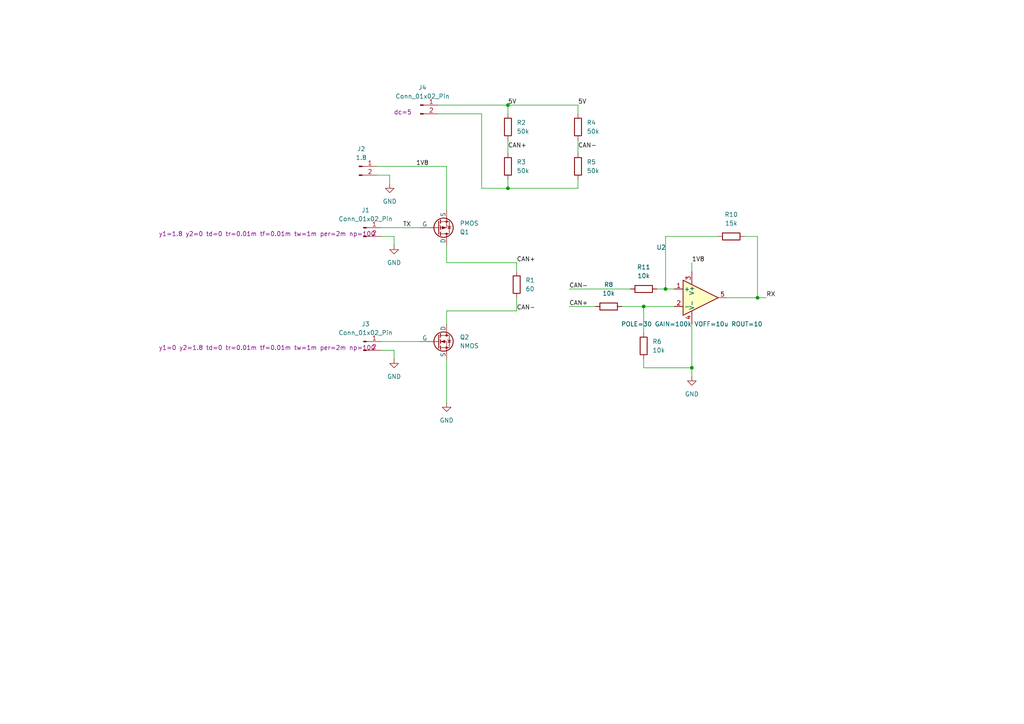
<source format=kicad_sch>
(kicad_sch (version 20250114) (generator "eeschema") (generator_version "9.0")
  (paper "A4")
  (lib_symbols
    (symbol "Connector:Conn_01x02_Pin" (pin_names (offset 1.016) (hide yes))
      (property "Reference" "J" (at 0 2.54 0))
      (property "Value" "Conn_01x02_Pin" (at 0 -5.08 0))
      (symbol "Conn_01x02_Pin_1_1"
        (rectangle (start 0.8636 0.127) (end 0 -0.127) (stroke (width 0.1524)) (fill (type outline)))
        (rectangle (start 0.8636 -2.413) (end 0 -2.667) (stroke (width 0.1524)) (fill (type outline)))
        (polyline (pts (xy 1.27 0) (xy 0.8636 0)) (stroke (width 0.1524)))
        (polyline (pts (xy 1.27 -2.54) (xy 0.8636 -2.54)) (stroke (width 0.1524)))
        (pin passive line (at 5.08 0 180) (length 3.81) (name "Pin_1") (number "1"))
        (pin passive line (at 5.08 -2.54 180) (length 3.81) (name "Pin_2") (number "2"))
      )
    )
    (symbol "Device:R" (pin_numbers (hide yes)) (pin_names (offset 0))
      (property "Reference" "R" (at 2.032 0 90))
      (property "Value" "R" (at 0 0 90))
      (symbol "R_0_1"
        (rectangle (start -1.016 -2.54) (end 1.016 2.54) (stroke (width 0.254)))
      )
      (symbol "R_1_1"
        (pin passive line (at 0 3.81 270) (length 1.27) (name "~") (number "1"))
        (pin passive line (at 0 -3.81 90) (length 1.27) (name "~") (number "2"))
      )
    )
    (symbol "Simulation_SPICE:NMOS" (pin_numbers (hide yes)) (pin_names (offset 0))
      (property "Reference" "Q" (at 5.08 1.27 0))
      (property "Value" "NMOS" (at 5.08 -1.27 0))
      (symbol "NMOS_0_1"
        (polyline (pts (xy 0.254 1.905) (xy 0.254 -1.905)) (stroke (width 0.254)))
        (polyline (pts (xy 0.254 0) (xy -2.54 0)))
        (polyline (pts (xy 0.762 2.286) (xy 0.762 1.27)) (stroke (width 0.254)))
        (polyline (pts (xy 0.762 0.508) (xy 0.762 -0.508)) (stroke (width 0.254)))
        (polyline (pts (xy 0.762 -1.27) (xy 0.762 -2.286)) (stroke (width 0.254)))
        (polyline (pts (xy 0.762 -1.778) (xy 3.302 -1.778) (xy 3.302 1.778) (xy 0.762 1.778)))
        (polyline (pts (xy 1.016 0) (xy 2.032 0.381) (xy 2.032 -0.381) (xy 1.016 0)) (fill (type outline)))
        (circle (center 1.651 0) (radius 2.794) (stroke (width 0.254)))
        (polyline (pts (xy 2.54 2.54) (xy 2.54 1.778)))
        (circle (center 2.54 1.778) (radius 0.254) (fill (type outline)))
        (circle (center 2.54 -1.778) (radius 0.254) (fill (type outline)))
        (polyline (pts (xy 2.54 -2.54) (xy 2.54 0) (xy 0.762 0)))
        (polyline (pts (xy 2.794 0.508) (xy 2.921 0.381) (xy 3.683 0.381) (xy 3.81 0.254)))
        (polyline (pts (xy 3.302 0.381) (xy 2.921 -0.254) (xy 3.683 -0.254) (xy 3.302 0.381)))
      )
      (symbol "NMOS_1_1"
        (pin input line (at -5.08 0 0) (length 2.54) (name "G") (number "2"))
        (pin passive line (at 2.54 5.08 270) (length 2.54) (name "D") (number "1"))
        (pin passive line (at 2.54 -5.08 90) (length 2.54) (name "S") (number "3"))
      )
    )
    (symbol "Simulation_SPICE:OPAMP" (pin_names (offset 0.254))
      (property "Reference" "U" (at 3.81 3.175 0))
      (property "Value" "${SIM.PARAMS}" (at 3.81 -3.175 0))
      (symbol "OPAMP_0_1"
        (polyline (pts (xy 5.08 0) (xy -5.08 5.08) (xy -5.08 -5.08) (xy 5.08 0)) (stroke (width 0.254)) (fill (type background)))
      )
      (symbol "OPAMP_1_1"
        (pin input line (at -7.62 2.54 0) (length 2.54) (name "+") (number "1"))
        (pin input line (at -7.62 -2.54 0) (length 2.54) (name "-") (number "2"))
        (pin power_in line (at -2.54 7.62 270) (length 3.81) (name "V+") (number "3"))
        (pin power_in line (at -2.54 -7.62 90) (length 3.81) (name "V-") (number "4"))
        (pin output line (at 7.62 0 180) (length 2.54) (name "~") (number "5"))
      )
    )
    (symbol "Simulation_SPICE:PMOS" (pin_numbers (hide yes)) (pin_names (offset 0))
      (property "Reference" "Q" (at 5.08 1.27 0))
      (property "Value" "PMOS" (at 5.08 -1.27 0))
      (symbol "PMOS_0_1"
        (polyline (pts (xy 0.254 1.905) (xy 0.254 -1.905)) (stroke (width 0.254)))
        (polyline (pts (xy 0.254 0) (xy -2.54 0)))
        (polyline (pts (xy 0.762 2.286) (xy 0.762 1.27)) (stroke (width 0.254)))
        (polyline (pts (xy 0.762 1.778) (xy 3.302 1.778) (xy 3.302 -1.778) (xy 0.762 -1.778)))
        (polyline (pts (xy 0.762 0.508) (xy 0.762 -0.508)) (stroke (width 0.254)))
        (polyline (pts (xy 0.762 -1.27) (xy 0.762 -2.286)) (stroke (width 0.254)))
        (circle (center 1.651 0) (radius 2.794) (stroke (width 0.254)))
        (polyline (pts (xy 2.286 0) (xy 1.27 0.381) (xy 1.27 -0.381) (xy 2.286 0)) (fill (type outline)))
        (polyline (pts (xy 2.54 2.54) (xy 2.54 1.778)))
        (circle (center 2.54 1.778) (radius 0.254) (fill (type outline)))
        (circle (center 2.54 -1.778) (radius 0.254) (fill (type outline)))
        (polyline (pts (xy 2.54 -2.54) (xy 2.54 0) (xy 0.762 0)))
        (polyline (pts (xy 2.794 -0.508) (xy 2.921 -0.381) (xy 3.683 -0.381) (xy 3.81 -0.254)))
        (polyline (pts (xy 3.302 -0.381) (xy 2.921 0.254) (xy 3.683 0.254) (xy 3.302 -0.381)))
      )
      (symbol "PMOS_1_1"
        (pin input line (at -5.08 0 0) (length 2.54) (name "G") (number "2"))
        (pin passive line (at 2.54 5.08 270) (length 2.54) (name "D") (number "1"))
        (pin passive line (at 2.54 -5.08 90) (length 2.54) (name "S") (number "3"))
      )
    )
    (symbol "power:GND" (power) (pin_numbers (hide yes)) (pin_names (offset 0) (hide yes))
      (property "Value" "GND" (at 0 -3.81 0))
      (symbol "GND_0_1"
        (polyline (pts (xy 0 0) (xy 0 -1.27) (xy 1.27 -1.27) (xy 0 -2.54) (xy -1.27 -1.27) (xy 0 -1.27)))
      )
      (symbol "GND_1_1"
        (pin power_in line (at 0 0 270) (length 0) (name "~") (number "1"))
      )
    )
  )
  (junction (at 147.32 54.61))
  (junction (at 219.71 86.36))
  (junction (at 193.04 83.82))
  (junction (at 200.66 106.68))
  (junction (at 186.69 88.9))
  (junction (at 147.32 30.48))
  (wire (pts (xy 110.49 99.06) (xy 121.92 99.06)))
  (wire (pts (xy 193.04 83.82) (xy 195.58 83.82)))
  (wire (pts (xy 200.66 106.68) (xy 200.66 93.98)))
  (wire (pts (xy 219.71 86.36) (xy 222.25 86.36)))
  (wire (pts (xy 139.7 54.61) (xy 147.32 54.61)))
  (wire (pts (xy 210.82 86.36) (xy 219.71 86.36)))
  (wire (pts (xy 113.03 50.8) (xy 113.03 53.34)))
  (wire (pts (xy 200.66 76.2) (xy 200.66 78.74)))
  (wire (pts (xy 208.28 68.58) (xy 193.04 68.58)))
  (wire (pts (xy 129.54 90.17) (xy 129.54 93.98)))
  (wire (pts (xy 114.3 68.58) (xy 114.3 71.12)))
  (wire (pts (xy 110.49 101.6) (xy 114.3 101.6)))
  (wire (pts (xy 139.7 33.02) (xy 139.7 54.61)))
  (wire (pts (xy 129.54 76.2) (xy 149.86 76.2)))
  (wire (pts (xy 180.34 88.9) (xy 186.69 88.9)))
  (wire (pts (xy 147.32 52.07) (xy 147.32 54.61)))
  (wire (pts (xy 165.1 83.82) (xy 182.88 83.82)))
  (wire (pts (xy 147.32 40.64) (xy 147.32 44.45)))
  (wire (pts (xy 186.69 106.68) (xy 200.66 106.68)))
  (wire (pts (xy 110.49 66.04) (xy 121.92 66.04)))
  (wire (pts (xy 110.49 68.58) (xy 114.3 68.58)))
  (wire (pts (xy 219.71 68.58) (xy 219.71 86.36)))
  (wire (pts (xy 147.32 30.48) (xy 127 30.48)))
  (wire (pts (xy 147.32 30.48) (xy 167.64 30.48)))
  (wire (pts (xy 165.1 88.9) (xy 172.72 88.9)))
  (wire (pts (xy 149.86 86.36) (xy 149.86 90.17)))
  (wire (pts (xy 147.32 54.61) (xy 167.64 54.61)))
  (wire (pts (xy 129.54 104.14) (xy 129.54 116.84)))
  (wire (pts (xy 114.3 101.6) (xy 114.3 104.14)))
  (wire (pts (xy 127 33.02) (xy 139.7 33.02)))
  (wire (pts (xy 190.5 83.82) (xy 193.04 83.82)))
  (wire (pts (xy 149.86 76.2) (xy 149.86 78.74)))
  (wire (pts (xy 215.9 68.58) (xy 219.71 68.58)))
  (wire (pts (xy 167.64 52.07) (xy 167.64 54.61)))
  (wire (pts (xy 167.64 40.64) (xy 167.64 44.45)))
  (wire (pts (xy 129.54 71.12) (xy 129.54 76.2)))
  (wire (pts (xy 186.69 104.14) (xy 186.69 106.68)))
  (wire (pts (xy 109.22 50.8) (xy 113.03 50.8)))
  (wire (pts (xy 147.32 30.48) (xy 147.32 33.02)))
  (wire (pts (xy 167.64 30.48) (xy 167.64 33.02)))
  (wire (pts (xy 186.69 88.9) (xy 195.58 88.9)))
  (wire (pts (xy 129.54 48.26) (xy 109.22 48.26)))
  (wire (pts (xy 193.04 68.58) (xy 193.04 83.82)))
  (wire (pts (xy 129.54 48.26) (xy 129.54 60.96)))
  (wire (pts (xy 200.66 109.22) (xy 200.66 106.68)))
  (wire (pts (xy 149.86 90.17) (xy 129.54 90.17)))
  (wire (pts (xy 186.69 88.9) (xy 186.69 96.52)))
  (label "CAN-" (at 149.86 90.17 0))
  (label "CAN-" (at 167.64 43.18 0))
  (label "5V" (at 147.32 30.48 0))
  (label "1V8" (at 120.65 48.26 0))
  (label "RX" (at 222.25 86.36 0))
  (label "TX" (at 116.84 66.04 0))
  (label "CAN-" (at 165.1 83.82 0))
  (label "5V" (at 167.64 30.48 0))
  (label "CAN+" (at 149.86 76.2 0))
  (label "CAN+" (at 165.1 88.9 0))
  (label "1V8" (at 200.66 76.2 0))
  (label "CAN+" (at 147.32 43.18 0))
  (symbol (lib_id "Simulation_SPICE:NMOS") (at 127 99.06 0) (unit 1)
    (property "Reference" "Q2" (at 133.35 97.7899 0) (effects (justify left)))
    (property "Value" "NMOS" (at 133.35 100.3299 0) (effects (justify left)))
    (property "Datasheet" "https://ngspice.sourceforge.io/docs/ngspice-html-manual/manual.xhtml#cha_MOSFETs" (effects (hide yes)))
    (property "Description" "N-MOSFET transistor, drain/source/gate" (effects (hide yes)))
    (property "Sim.Device" "NMOS" (effects (hide yes)))
    (property "Sim.Type" "VDMOS" (effects (hide yes)))
    (property "Sim.Pins" "1=D 2=G 3=S" (effects (hide yes)))
    (property "Sim.Params" "vto=1.5 kp=1.36" (effects (hide yes)))
  )
  (symbol (lib_id "Connector:Conn_01x02_Pin") (at 121.92 30.48 0) (unit 1)
    (property "Reference" "J4" (at 122.555 25.4 0))
    (property "Value" "Conn_01x02_Pin" (at 122.555 27.94 0))
    (property "Description" "Generic connector, single row, 01x02, script generated" (effects (hide yes)))
    (property "Sim.Device" "V" (effects (hide yes)))
    (property "Sim.Type" "DC" (effects (hide yes)))
    (property "Sim.Pins" "1=+ 2=-" (effects (hide yes)))
    (property "Sim.Params" "dc=5" (at 116.84 32.512 0))
  )
  (symbol (lib_id "power:GND") (at 114.3 71.12 0) (unit 1)
    (property "Reference" "#PWR03" (effects (hide yes)))
    (property "Value" "GND" (at 114.3 76.2 0))
    (property "Description" "Power symbol creates a global label with name \"GND\" , ground" (effects (hide yes)))
  )
  (symbol (lib_id "power:GND") (at 129.54 116.84 0) (unit 1)
    (property "Reference" "#PWR05" (effects (hide yes)))
    (property "Value" "GND" (at 129.54 121.92 0))
    (property "Description" "Power symbol creates a global label with name \"GND\" , ground" (effects (hide yes)))
  )
  (symbol (lib_id "Connector:Conn_01x02_Pin") (at 105.41 66.04 0) (unit 1)
    (property "Reference" "J1" (at 106.045 60.96 0))
    (property "Value" "Conn_01x02_Pin" (at 106.045 63.5 0))
    (property "Description" "Generic connector, single row, 01x02, script generated" (effects (hide yes)))
    (property "Sim.Device" "V" (effects (hide yes)))
    (property "Sim.Type" "PULSE" (effects (hide yes)))
    (property "Sim.Pins" "1=+ 2=-" (effects (hide yes)))
    (property "Sim.Params" "y1=1.8 y2=0 td=0 tr=0.01m tf=0.01m tw=1m per=2m np=100" (at 77.47 67.818 0))
  )
  (symbol (lib_id "Simulation_SPICE:PMOS") (at 127 66.04 0) (mirror x) (unit 1)
    (property "Reference" "Q1" (at 133.35 67.3101 0) (effects (justify left)))
    (property "Value" "PMOS" (at 133.35 64.7701 0) (effects (justify left)))
    (property "Datasheet" "https://ngspice.sourceforge.io/docs/ngspice-html-manual/manual.xhtml#cha_MOSFETs" (effects (hide yes)))
    (property "Description" "P-MOSFET transistor, drain/source/gate" (effects (hide yes)))
    (property "Sim.Device" "PMOS" (effects (hide yes)))
    (property "Sim.Type" "VDMOS" (effects (hide yes)))
    (property "Sim.Pins" "1=D 2=G 3=S" (effects (hide yes)))
    (property "Sim.Params" "vto=1.5 kp=0.68" (effects (hide yes)))
  )
  (symbol (lib_id "Device:R") (at 186.69 83.82 90) (unit 1)
    (property "Reference" "R11" (at 186.69 77.47 90))
    (property "Value" "10k" (at 186.69 80.01 90))
    (property "Description" "Resistor" (effects (hide yes)))
  )
  (symbol (lib_id "Device:R") (at 186.69 100.33 180) (unit 1)
    (property "Reference" "R6" (at 189.23 99.0599 0) (effects (justify right)))
    (property "Value" "10k" (at 189.23 101.5999 0) (effects (justify right)))
    (property "Description" "Resistor" (effects (hide yes)))
  )
  (symbol (lib_id "power:GND") (at 113.03 53.34 0) (unit 1)
    (property "Reference" "#PWR02" (effects (hide yes)))
    (property "Value" "GND" (at 113.03 58.42 0))
    (property "Description" "Power symbol creates a global label with name \"GND\" , ground" (effects (hide yes)))
  )
  (symbol (lib_id "Device:R") (at 212.09 68.58 90) (unit 1)
    (property "Reference" "R10" (at 212.09 62.23 90))
    (property "Value" "15k" (at 212.09 64.77 90))
    (property "Description" "Resistor" (effects (hide yes)))
  )
  (symbol (lib_id "Connector:Conn_01x02_Pin") (at 105.41 99.06 0) (unit 1)
    (property "Reference" "J3" (at 106.045 93.98 0))
    (property "Value" "Conn_01x02_Pin" (at 106.045 96.52 0))
    (property "Description" "Generic connector, single row, 01x02, script generated" (effects (hide yes)))
    (property "Sim.Device" "V" (effects (hide yes)))
    (property "Sim.Type" "PULSE" (effects (hide yes)))
    (property "Sim.Pins" "1=+ 2=-" (effects (hide yes)))
    (property "Sim.Params" "y1=0 y2=1.8 td=0 tr=0.01m tf=0.01m tw=1m per=2m np=100" (at 77.47 100.838 0))
  )
  (symbol (lib_id "Simulation_SPICE:OPAMP") (at 203.2 86.36 0) (unit 1)
    (property "Reference" "U2" (at 191.77 71.755 0))
    (property "Value" "${SIM.PARAMS}" (at 200.66 93.98 0))
    (property "Description" "Operational amplifier, single, node sequence=1:+ 2:- 3:OUT 4:V+ 5:V-" (effects (hide yes)))
    (property "Sim.Pins" "1=in+ 2=in- 3=vcc 4=vee 5=out" (effects (hide yes)))
    (property "Sim.Device" "SUBCKT" (effects (hide yes)))
    (property "Sim.Library" "${KICAD7_SYMBOL_DIR}/Simulation_SPICE.sp" (effects (hide yes)))
    (property "Sim.Name" "kicad_builtin_opamp" (effects (hide yes)))
    (property "Sim.Params" "POLE=30 GAIN=100k VOFF=10u ROUT=10" (effects (hide yes)))
  )
  (symbol (lib_id "Device:R") (at 147.32 48.26 0) (unit 1)
    (property "Reference" "R3" (at 149.86 46.9899 0) (effects (justify left)))
    (property "Value" "50k" (at 149.86 49.5299 0) (effects (justify left)))
    (property "Description" "Resistor" (effects (hide yes)))
  )
  (symbol (lib_id "Device:R") (at 149.86 82.55 0) (unit 1)
    (property "Reference" "R1" (at 152.4 81.2799 0) (effects (justify left)))
    (property "Value" "60" (at 152.4 83.8199 0) (effects (justify left)))
    (property "Description" "Resistor" (effects (hide yes)))
  )
  (symbol (lib_id "Device:R") (at 147.32 36.83 0) (unit 1)
    (property "Reference" "R2" (at 149.86 35.5599 0) (effects (justify left)))
    (property "Value" "50k" (at 149.86 38.0999 0) (effects (justify left)))
    (property "Description" "Resistor" (effects (hide yes)))
  )
  (symbol (lib_id "power:GND") (at 200.66 109.22 0) (unit 1)
    (property "Reference" "#PWR012" (effects (hide yes)))
    (property "Value" "GND" (at 200.66 114.3 0))
    (property "Description" "Power symbol creates a global label with name \"GND\" , ground" (effects (hide yes)))
  )
  (symbol (lib_id "Device:R") (at 176.53 88.9 90) (unit 1)
    (property "Reference" "R8" (at 176.53 82.55 90))
    (property "Value" "10k" (at 176.53 85.09 90))
    (property "Description" "Resistor" (effects (hide yes)))
  )
  (symbol (lib_id "power:GND") (at 114.3 104.14 0) (unit 1)
    (property "Reference" "#PWR04" (effects (hide yes)))
    (property "Value" "GND" (at 114.3 109.22 0))
    (property "Description" "Power symbol creates a global label with name \"GND\" , ground" (effects (hide yes)))
  )
  (symbol (lib_id "Device:R") (at 167.64 48.26 0) (unit 1)
    (property "Reference" "R5" (at 170.18 46.9899 0) (effects (justify left)))
    (property "Value" "50k" (at 170.18 49.5299 0) (effects (justify left)))
    (property "Description" "Resistor" (effects (hide yes)))
  )
  (symbol (lib_id "Connector:Conn_01x02_Pin") (at 104.14 48.26 0) (unit 1)
    (property "Reference" "J2" (at 104.775 43.18 0))
    (property "Value" "1.8" (at 104.775 45.72 0))
    (property "Description" "Generic connector, single row, 01x02, script generated" (effects (hide yes)))
    (property "Sim.Device" "V" (effects (hide yes)))
    (property "Sim.Type" "DC" (effects (hide yes)))
    (property "Sim.Pins" "1=+ 2=-" (effects (hide yes)))
  )
  (symbol (lib_id "Device:R") (at 167.64 36.83 0) (unit 1)
    (property "Reference" "R4" (at 170.18 35.5599 0) (effects (justify left)))
    (property "Value" "50k" (at 170.18 38.0999 0) (effects (justify left)))
    (property "Description" "Resistor" (effects (hide yes)))
  )
)
</source>
